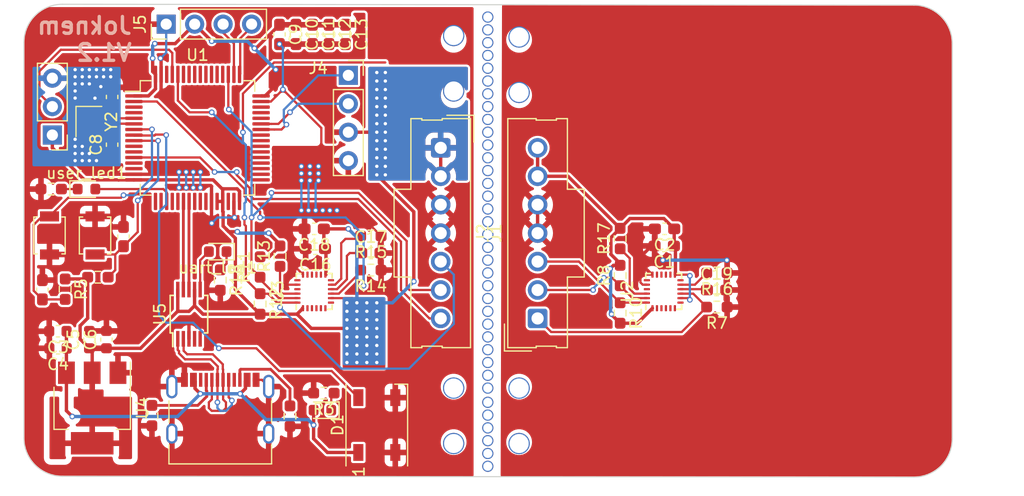
<source format=kicad_pcb>
(kicad_pcb (version 20221018) (generator pcbnew)
  (layers (0 "F.Cu" signal) (31 "B.Cu" signal) (34 "B.Paste" user) (35 "F.Paste" user) (36 "B.SilkS" user "B.Silkscreen") (37 "F.SilkS" user "F.Silkscreen") (38 "B.Mask" user) (39 "F.Mask" user) (44 "Edge.Cuts" user))
  (net 0 "")
  (net 1 "GND")
  (net 2 "+5V")
  (net 3 "+3.3V")
  (net 4 "Net-(U1-PF0)")
  (net 5 "Net-(U1-PF1)")
  (net 6 "NRST")
  (net 7 "/user_button")
  (net 8 "Net-(U3-REGOUT)")
  (net 9 "/rgb")
  (net 10 "Net-(U2-REGOUT)")
  (net 11 "/AD1_B")
  (net 12 "/MPU_SCL_B")
  (net 13 "/MPU_SCL")
  (net 14 "/MPU_SDA")
  (net 15 "/AD0")
  (net 16 "/AD1")
  (net 17 "Net-(J3-CC1)")
  (net 18 "/D+")
  (net 19 "/D-")
  (net 21 "Net-(J3-CC2)")
  (net 23 "/SWCLK")
  (net 24 "/SWDIO")
  (net 25 "/MPU_SDA_B")
  (net 26 "/GND_B")
  (net 27 "Net-(power_led1-K)")
  (net 28 "Net-(user_led1-K)")
  (net 29 "/BOOT")
  (net 40 "/TX")
  (net 41 "/RX")
  (net 55 "/OLED_SCL")
  (net 56 "/OLED_SDA")
  (net 69 "/USER_LED")
  (net 70 "/3.3V_B")
  (net 71 "Net-(U3-~{CS})")
  (net 72 "Net-(U3-FSYNC)")
  (net 73 "Net-(U2-FSYNC)")
  (net 74 "Net-(U2-~{CS})")
  (net 75 "Net-(uart_led1-K)")
  (net 84 "/TNOW")
  (footprint "Resistor_SMD:R_0603_1608Metric_Pad0.98x0.95mm_HandSolder" (layer "F.Cu") (at 73.023 165.3185 90)
    (fp_text reference "R2" hide)
    (fp_text value "5.1k")
  )
  (footprint "Connector_Molex:Molex_SL_171971-0007_1x07_P2.54mm_Vertical" (layer "F.Cu") (at 86.475 141.351 -90)
    (fp_text reference "J2")
    (fp_text value "Conn_01x07")
  )
  (footprint "Resistor_SMD:R_0603_1608Metric_Pad0.98x0.95mm_HandSolder" (layer "F.Cu") (at 102.489 152.7575 90)
    (fp_text reference "R8")
    (fp_text value "10k")
  )
  (footprint "Capacitor_SMD:C_0603_1608Metric" (layer "F.Cu") (at 52.324 159.258 180)
    (fp_text reference "C4")
    (fp_text value "10uF")
  )
  (footprint "Capacitor_SMD:C_0603_1608Metric" (layer "F.Cu") (at 52.311 157.734 180)
    (fp_text reference "C3")
    (fp_text value "0.1uF")
  )
  (footprint "Resistor_SMD:R_0603_1608Metric_Pad0.98x0.95mm_HandSolder" (layer "F.Cu") (at 70.358 151.9955 90)
    (fp_text reference "R11")
    (fp_text value "10k")
  )
  (footprint "Connector_PinSocket_2.54mm:PinSocket_1x04_P2.54mm_Vertical" (layer "F.Cu") (at 78.232 134.874)
    (fp_text reference "J4")
    (fp_text value "IIC_OLED")
  )
  (footprint "Package_SO:MSOP-10_3x3mm_P0.5mm" (layer "F.Cu") (at 64.008 156.21 90)
    (fp_text reference "U5")
    (fp_text value "CH340E")
  )
  (footprint "Resistor_SMD:R_0603_1608Metric_Pad0.98x0.95mm_HandSolder" (layer "F.Cu") (at 72.136 151.0265 90)
    (fp_text reference "R13")
    (fp_text value "10k")
  )
  (footprint "Sensor_Motion:InvenSense_QFN-24_3x3mm_P0.4mm" (layer "F.Cu") (at 75.184 154.178 90)
    (fp_text reference "U3")
    (fp_text value "MPU-9250")
  )
  (footprint "Capacitor_SMD:C_0603_1608Metric_Pad1.08x0.95mm_HandSolder" (layer "F.Cu") (at 76.5048 131.2197 -90)
    (fp_text reference "C12")
    (fp_text value "100nF")
  )
  (footprint "LED_SMD:LED_0603_1608Metric" (layer "F.Cu") (at 66.5735 150.622 180)
    (fp_text reference "uart_led1")
    (fp_text value "LED")
  )
  (footprint "Connector_PinHeader_2.54mm:PinHeader_1x03_P2.54mm_Vertical" (layer "F.Cu") (at 51.816 140.208 180)
    (fp_text reference "J6" hide)
    (fp_text value "Conn_01x03")
  )
  (footprint "Capacitor_SMD:C_0603_1608Metric_Pad1.08x0.95mm_HandSolder" (layer "F.Cu") (at 80.2405 150.749)
    (fp_text reference "C17")
    (fp_text value "0.1uF")
  )
  (footprint "Crystal:Crystal_SMD_2016-4Pin_2.0x1.6mm" (layer "F.Cu") (at 55.076 139 -90)
    (fp_text reference "Y2")
    (fp_text value "Crystal_GND24")
  )
  (footprint "LED_SMD:LED_0603_1608Metric" (layer "F.Cu") (at 75.9185 164.787 180)
    (fp_text reference "power_led1" hide)
    (fp_text value "LED")
  )
  (footprint "Capacitor_SMD:C_0603_1608Metric" (layer "F.Cu") (at 56.642 158.483 90)
    (fp_text reference "C6")
    (fp_text value "0.1uF")
  )
  (footprint "Capacitor_SMD:C_0603_1608Metric_Pad1.08x0.95mm_HandSolder" (layer "F.Cu") (at 75.2845 150.368 180)
    (fp_text reference "C16")
    (fp_text value "10nF")
  )
  (footprint "Resistor_SMD:R_0603_1608Metric_Pad0.98x0.95mm_HandSolder" (layer "F.Cu") (at 111.125 155.575 180)
    (fp_text reference "R7")
    (fp_text value "10k")
  )
  (footprint "Package_QFP:LQFP-64_10x10mm_P0.5mm" (layer "F.Cu") (at 64.77 140.462)
    (fp_text reference "U1")
    (fp_text value "STM32G474RETx")
  )
  (footprint "Capacitor_SMD:C_0603_1608Metric_Pad1.08x0.95mm_HandSolder" (layer "F.Cu") (at 57.15 136.8055 -90)
    (fp_text reference "C7" hide)
    (fp_text value "6.8pF")
  )
  (footprint "Capacitor_SMD:C_0603_1608Metric_Pad1.08x0.95mm_HandSolder" (layer "F.Cu") (at 106.4525 148.59 180)
    (fp_text reference "C2")
    (fp_text value "0.1uF")
  )
  (footprint "Capacitor_SMD:C_0603_1608Metric_Pad1.08x0.95mm_HandSolder" (layer "F.Cu") (at 50.927 154.0285 90)
    (fp_text reference "C14" hide)
    (fp_text value "0.1uF")
  )
  (footprint "Connector_USB:USB_C_Receptacle_G-Switch_GT-USB-7010ASV" (layer "F.Cu") (at 66.802 165.803)
    (fp_text reference "J3" hide)
    (fp_text value "USB_C_Receptacle_USB2.0")
  )
  (footprint "Connector_PinHeader_2.54mm:PinHeader_1x04_P2.54mm_Vertical" (layer "F.Cu") (at 61.976 130.302 90)
    (fp_text reference "J5")
    (fp_text value "SWD")
  )
  (footprint "Resistor_SMD:R_0603_1608Metric_Pad0.98x0.95mm_HandSolder" (layer "F.Cu") (at 60.704 165.2715 -90)
    (fp_text reference "R1" hide)
    (fp_text value "5.1k")
  )
  (footprint "Resistor_SMD:R_0603_1608Metric_Pad0.98x0.95mm_HandSolder" (layer "F.Cu") (at 111.125 152.527 180)
    (fp_text reference "R16")
    (fp_text value "10k")
  )
  (footprint "Resistor_SMD:R_0603_1608Metric_Pad0.98x0.95mm_HandSolder" (layer "F.Cu") (at 52.959 153.9785 -90)
    (fp_text reference "R5")
    (fp_text value "1k")
  )
  (footprint "Capacitor_SMD:C_0603_1608Metric_Pad1.08x0.95mm_HandSolder" (layer "F.Cu") (at 57.15 141.0705 90)
    (fp_text reference "C8")
    (fp_text value "6.8pF")
  )
  (footprint "Resistor_SMD:R_0603_1608Metric_Pad0.98x0.95mm_HandSolder" (layer "F.Cu") (at 80.2405 152.273 180)
    (fp_text reference "R14")
    (fp_text value "10k")
  )
  (footprint "Connector_Molex:Molex_SL_171971-0007_1x07_P2.54mm_Vertical" (layer "F.Cu") (at 95.123 156.591 90)
    (fp_text reference "J1")
    (fp_text value "Conn_01x07")
  )
  (footprint "Package_TO_SOT_SMD:SOT-223-3_TabPin2" (layer "F.Cu") (at 55.372 164.592 -90)
    (fp_text reference "U4")
    (fp_text value "AMS1117-3.3")
  )
  (footprint "Resistor_SMD:R_0603_1608Metric_Pad0.98x0.95mm_HandSolder" (layer "F.Cu") (at 51.7125 145.034 180)
    (fp_text reference "R4" hide)
    (fp_text value "500R")
  )
  (footprint "Resistor_SMD:R_0603_1608Metric_Pad0.98x0.95mm_HandSolder" (layer "F.Cu") (at 55.88 152.908)
    (fp_text reference "R9" hide)
    (fp_text value "10k")
  )
  (footprint "Resistor_SMD:R_0603_1608Metric_Pad0.98x0.95mm_HandSolder" (layer "F.Cu") (at 66.802 153.162 -90)
    (fp_text reference "R18")
    (fp_text value "500R")
  )
  (footprint "Capacitor_SMD:C_0603_1608Metric_Pad1.08x0.95mm_HandSolder" (layer "F.Cu") (at 75.0316 131.2175 -90)
    (fp_text reference "C11")
    (fp_text value "100nF")
  )
  (footprint "Resistor_SMD:R_0603_1608Metric_Pad0.98x0.95mm_HandSolder" (layer "F.Cu") (at 70.358 155.2975 -90)
    (fp_text reference "R12")
    (fp_text value "10k")
  )
  (footprint "Capacitor_SMD:C_0603_1608Metric_Pad1.08x0.95mm_HandSolder" (layer "F.Cu") (at 58.166 149.2765 -90)
    (fp_text reference "C15" hide)
    (fp_text value "0.1uF")
  )
  (footprint "Button_Switch_SMD:SW_SPST_B3U-1000P" (layer "F.Cu") (at 55.626 149.176 90)
    (fp_text reference "SW2" hide)
    (fp_text value "USER_BUTTON")
  )
  (footprint "Capacitor_SMD:C_0603_1608Metric_Pad1.08x0.95mm_HandSolder" (layer "F.Cu") (at 75.184 148.59 180)
    (fp_text reference "C18")
    (fp_text value "0.1uF")
  )
  (footprint "Resistor_SMD:R_0603_1608Metric_Pad0.98x0.95mm_HandSolder" (layer "F.Cu") (at 102.489 156.1065 -90)
    (fp_text reference "R10")
    (fp_text value "10k")
  )
  (footprint "LED_SMD:LED_0603_1608Metric" (layer "F.Cu") (at 54.864 145.034)
    (fp_text reference "user_led1")
    (fp_text value "LED")
  )
  (footprint "Capacitor_SMD:C_0603_1608Metric_Pad1.08x0.95mm_HandSolder" (layer "F.Cu") (at 73.5584 131.2186 -90)
    (fp_text reference "C10")
    (fp_text value "100nF")
  )
  (footprint "Resistor_SMD:R_0603_1608Metric_Pad0.98x0.95mm_HandSolder" (layer "F.Cu") (at 76.0475 163.263 180)
    (fp_text reference "R3")
    (fp_text value "500R")
  )
  (footprint "Capacitor_SMD:C_0603_1608Metric_Pad1.08x0.95mm_HandSolder" (layer "F.Cu") (at 106.426 150.114 180)
    (fp_text reference "C1")
    (fp_text value "10nF")
  )
  (footprint "Resistor_SMD:R_0603_1608Metric_Pad0.98x0.95mm_HandSolder" (layer "F.Cu") (at 102.489 149.4555 90)
    (fp_text reference "R17")
    (fp_text value "10k")
  )
  (footprint "Capacitor_SMD:C_0603_1608Metric_Pad1.08x0.95mm_HandSolder" (layer "F.Cu") (at 111.0985 154.051)
    (fp_text reference "C19")
    (fp_text value "0.1uF")
  )
  (footprint "Sensor_Motion:InvenSense_QFN-24_3x3mm_P0.4mm" (layer "F.Cu") (at 106.3752 154.178 90)
    (fp_text reference "U2")
    (fp_text value "MPU-9250")
  )
  (footprint "Capacitor_SMD:C_0603_1608Metric_Pad1.08x0.95mm_HandSolder" (layer "F.Cu") (at 72.0852 131.2186 -90)
    (fp_text reference "C9")
    (fp_text value "100nF")
  )
  (footprint "Capacitor_SMD:C_0603_1608Metric" (layer "F.Cu") (at 55.118 158.483 90)
    (fp_text reference "C5")
    (fp_text value "10uF")
  )
  (footprint "Resistor_SMD:R_0603_1608Metric_Pad0.98x0.95mm_HandSolder" (layer "F.Cu") (at 80.2405 149.225 180)
    (fp_text reference "R15")
    (fp_text value "10k")
  )
  (footprint "Capacitor_SMD:C_0603_1608Metric_Pad1.08x0.95mm_HandSolder" (layer "F.Cu") (at 77.978 131.2175 -90)
    (fp_text reference "C13")
    (fp_text value "4.7uF")
  )
  (footprint "LED_SMD:LED_WS2812B_PLCC4_5.0x5.0mm_P3.2mm" (layer "F.Cu") (at 80.772 166.116 90)
    (fp_text reference "D1")
    (fp_text value "WS2812B")
  )
  (footprint "Button_Switch_SMD:SW_SPST_B3U-1000P" (layer "F.Cu") (at 51.562 149.176 -90)
    (fp_text reference "SW1" hide)
    (fp_text value "NRST_BUTTON")
  )
  (gr_arc (start 52.705 170.688) (mid 50.280331 169.683669) (end 49.276 167.259) (stroke (width 0.1)) (layer "Edge.Cuts"))
  (gr_arc (start 132.1308 167.3352) (mid 131.126469 169.759869) (end 128.7018 170.7642) (stroke (width 0.1)) (layer "Edge.Cuts"))
  (gr_line (start 52.705 128.524) (end 128.7018 128.6002) (stroke (width 0.1)) (layer "Edge.Cuts"))
  (gr_line (start 49.276 167.259) (end 49.276 131.953) (stroke (width 0.1)) (layer "Edge.Cuts"))
  (gr_line (start 132.1308 132.0292) (end 132.1308 167.3352) (stroke (width 0.1)) (layer "Edge.Cuts"))
  (gr_arc (start 49.276 131.953) (mid 50.280331 129.528331) (end 52.705 128.524) (stroke (width 0.1)) (layer "Edge.Cuts"))
  (gr_line (start 128.7018 170.7642) (end 52.705 170.688) (stroke (width 0.1)) (layer "Edge.Cuts"))
  (gr_arc (start 128.7018 128.6002) (mid 131.126469 129.604531) (end 132.1308 132.0292) (stroke (width 0.1)) (layer "Edge.Cuts"))
  (gr_text "Joknem\nV1.2\n" (at 59.055 133.731) (layer "B.SilkS") (effects (font (size 1.5 1.5) (thickness 0.3) bold) (justify left bottom mirror)))
  (via (at 90.678 155.956) (size 1) (drill 0.8) (layers "F.Cu" "B.Cu") (net 0))
  (via (at 90.678 137.668) (size 1) (drill 0.8) (layers "F.Cu" "B.Cu") (net 0))
  (via (at 93.472 167.767) (size 1.9) (drill 1.7) (layers "F.Cu" "B.Cu") (net 0))
  (via (at 90.678 130.81) (size 1) (drill 0.8) (layers "F.Cu" "B.Cu") (net 0))
  (via (at 90.678 166.37) (size 1) (drill 0.8) (layers "F.Cu" "B.Cu") (net 0))
  (via (at 90.678 167.513) (size 1) (drill 0.8) (layers "F.Cu" "B.Cu") (net 0))
  (via (at 90.678 162.814) (size 1) (drill 0.8) (layers "F.Cu" "B.Cu") (net 0))
  (via (at 90.678 141.097) (size 1) (drill 0.8) (layers "F.Cu" "B.Cu") (net 0))
  (via (at 90.678 150.241) (size 1) (drill 0.8) (layers "F.Cu" "B.Cu") (net 0))
  (via (at 90.678 160.528) (size 1) (drill 0.8) (layers "F.Cu" "B.Cu") (net 0))
  (via (at 90.678 129.667) (size 1) (drill 0.8) (layers "F.Cu" "B.Cu") (net 0))
  (via (at 90.678 134.239) (size 1) (drill 0.8) (layers "F.Cu" "B.Cu") (net 0))
  (via (at 90.678 169.799) (size 1) (drill 0.8) (layers "F.Cu" "B.Cu") (net 0))
  (via (at 87.63 162.814) (size 1.9) (drill 1.7) (layers "F.Cu" "B.Cu") (net 0))
  (via (at 90.678 158.242) (size 1) (drill 0.8) (layers "F.Cu" "B.Cu") (net 0))
  (via (at 90.678 152.527) (size 1) (drill 0.8) (layers "F.Cu" "B.Cu") (net 0))
  (via (at 90.678 149.098) (size 1) (drill 0.8) (layers "F.Cu" "B.Cu") (net 0))
  (via (at 90.678 142.24) (size 1) (drill 0.8) (layers "F.Cu" "B.Cu") (net 0))
  (via (at 90.678 147.955) (size 1) (drill 0.8) (layers "F.Cu" "B.Cu") (net 0))
  (via (at 90.678 151.384) (size 1) (drill 0.8) (layers "F.Cu" "B.Cu") (net 0))
  (via (at 90.678 136.525) (size 1) (drill 0.8) (layers "F.Cu" "B.Cu") (net 0))
  (via (at 87.63 136.271) (size 1.9) (drill 1.7) (layers "F.Cu" "B.Cu") (net 0))
  (via (at 87.63 131.318) (size 1.9) (drill 1.7) (layers "F.Cu" "B.Cu") (net 0))
  (via (at 93.472 162.814) (size 1.9) (drill 1.7) (layers "F.Cu" "B.Cu") (net 0))
  (via (at 90.678 133.096) (size 1) (drill 0.8) (layers "F.Cu" "B.Cu") (net 0))
  (via (at 90.678 153.67) (size 1) (drill 0.8) (layers "F.Cu" "B.Cu") (net 0))
  (via (at 90.678 154.813) (size 1) (drill 0.8) (layers "F.Cu" "B.Cu") (net 0))
  (via (at 90.678 138.811) (size 1) (drill 0.8) (layers "F.Cu" "B.Cu") (net 0))
  (via (at 90.678 131.953) (size 1) (drill 0.8) (layers "F.Cu" "B.Cu") (net 0))
  (via (at 90.678 144.526) (size 1) (drill 0.8) (layers "F.Cu" "B.Cu") (net 0))
  (via (at 90.678 135.382) (size 1) (drill 0.8) (layers "F.Cu" "B.Cu") (net 0))
  (via (at 90.678 159.385) (size 1) (drill 0.8) (layers "F.Cu" "B.Cu") (net 0))
  (via (at 90.678 157.099) (size 1) (drill 0.8) (layers "F.Cu" "B.Cu") (net 0))
  (via (at 90.678 168.656) (size 1) (drill 0.8) (layers "F.Cu" "B.Cu") (net 0))
  (via (at 90.678 161.671) (size 1) (drill 0.8) (layers "F.Cu" "B.Cu") (net 0))
  (via (at 90.678 143.383) (size 1) (drill 0.8) (layers "F.Cu" "B.Cu") (net 0))
  (via (at 90.678 139.954) (size 1) (drill 0.8) (layers "F.Cu" "B.Cu") (net 0))
  (via (at 90.678 164.084) (size 1) (drill 0.8) (layers "F.Cu" "B.Cu") (net 0))
  (via (at 93.472 131.445) (size 1.9) (drill 1.7) (layers "F.Cu" "B.Cu") (net 0))
  (via (at 87.63 167.767) (size 1.9) (drill 1.7) (layers "F.Cu" "B.Cu") (net 0))
  (via (at 93.472 136.398) (size 1.9) (drill 1.7) (layers "F.Cu" "B.Cu") (net 0))
  (via (at 90.678 145.669) (size 1) (drill 0.8) (layers "F.Cu" "B.Cu") (net 0))
  (via (at 90.678 165.227) (size 1) (drill 0.8) (layers "F.Cu" "B.Cu") (net 0))
  (via (at 90.678 146.812) (size 1) (drill 0.8) (layers "F.Cu" "B.Cu") (net 0))
  (segment (start 68.02 146.137) (end 68.02 147.522) (width 0.2) (layer "F.Cu") (net 1))
  (segment (start 72.698 153.578) (end 73.684 153.578) (width 0.2) (layer "F.Cu") (net 1))
  (segment (start 76.962 142.494) (end 78.232 142.494) (width 0.2) (layer "F.Cu") (net 1))
  (segment (start 72.536 153.416) (end 72.698 153.578) (width 0.2) (layer "F.Cu") (net 1))
  (segment (start 71.322 137.212) (end 72.39 136.144) (width 0.2) (layer "F.Cu") (net 1))
  (segment (start 75.819 141.351) (end 76.962 142.494) (width 0.2) (layer "F.Cu") (net 1))
  (segment (start 81.153 149.225) (end 79.629 147.701) (width 0.2) (layer "F.Cu") (net 1))
  (segment (start 68.02 147.522) (end 68.072 147.574) (width 0.2) (layer "F.Cu") (net 1))
  (segment (start 56.141556 135.389556) (end 55.753 135.001) (width 0.2) (layer "F.Cu") (net 1))
  (segment (start 74.184 152.67) (end 73.66 152.146) (width 0.2) (layer "F.Cu") (net 1))
  (segment (start 56.141556 135.882444) (end 56.141556 135.389556) (width 0.2) (layer "F.Cu") (net 1))
  (segment (start 56.141556 135.882444) (end 57.089444 135.882444) (width 0.2) (layer "F.Cu") (net 1))
  (segment (start 54.526 140.35) (end 56.109 141.933) (width 0.2) (layer "F.Cu") (net 1))
  (segment (start 75.819 139.573) (end 75.819 141.351) (width 0.2) (layer "F.Cu") (net 1))
  (segment (start 70.445 137.212) (end 71.322 137.212) (width 0.2) (layer "F.Cu") (net 1))
  (segment (start 54.526 139.7) (end 54.526 140.35) (width 0.2) (layer "F.Cu") (net 1))
  (segment (start 72.39 136.144) (end 75.819 139.573) (width 0.2) (layer "F.Cu") (net 1))
  (segment (start 61.52 133.402) (end 61.52 134.787) (width 0.2) (layer "F.Cu") (net 1))
  (segment (start 73.66 152.146) (end 73.17664 152.146) (width 0.2) (layer "F.Cu") (net 1))
  (segment (start 61.468 133.35) (end 61.52 133.402) (width 0.2) (layer "F.Cu") (net 1))
  (segment (start 57.089444 135.882444) (end 57.15 135.943) (width 0.2) (layer "F.Cu") (net 1))
  (segment (start 70.002 162.078) (end 70.522 162.078) (width 0.2) (layer "F.Cu") (net 1))
  (segment (start 55.626 136.921112) (end 55.618444 136.913556) (width 0.2) (layer "F.Cu") (net 1))
  (segment (start 72.536 152.78664) (end 72.536 153.416) (width 0.2) (layer "F.Cu") (net 1))
  (segment (start 55.626 138.3) (end 55.626 136.921112) (width 0.2) (layer "F.Cu") (net 1))
  (segment (start 74.184 152.678) (end 74.184 152.67) (width 0.2) (layer "F.Cu") (net 1))
  (segment (start 70.522 162.078) (end 71.122 162.678) (width 0.2) (layer "F.Cu") (net 1))
  (segment (start 56.109 141.933) (end 57.15 141.933) (width 0.2) (layer "F.Cu") (net 1))
  (segment (start 73.17664 152.146) (end 72.536 152.78664) (width 0.2) (layer "F.Cu") (net 1))
  (segment (start 79.629 147.701) (end 79.375 147.701) (width 0.2) (layer "F.Cu") (net 1))
  (via (at 74.041 146.939) (size 0.5) (drill 0.3) (layers "F.Cu" "B.Cu") (net 1))
  (via (at 74.803 144.272) (size 0.5) (drill 0.3) (layers "F.Cu" "B.Cu") (net 1))
  (via (at 72.39 136.144) (size 0.5) (drill 0.3) (layers "F.Cu" "B.Cu") (net 1))
  (via (at 64.389 143.51) (size 0.5) (drill 0.3) (layers "F.Cu" "B.Cu") (net 1))
  (via (at 63.754 143.51) (size 0.5) (drill 0.3) (layers "F.Cu" "B.Cu") (net 1))
  (via (at 55.753 135.001) (size 0.5) (drill 0.3) (layers "F.Cu" "B.Cu") (net 1))
  (via (at 56.388 135.001) (size 0.5) (drill 0.3) (layers "F.Cu" "B.Cu") (net 1))
  (via (at 74.676 146.939) (size 0.5) (drill 0.3) (layers "F.Cu" "B.Cu") (net 1))
  (via (at 54.483 134.366) (size 0.5) (drill 0.3) (layers "F.Cu" "B.Cu") (net 1))
  (via (at 74.041 143.637) (size 0.5) (drill 0.3) (layers "F.Cu" "B.Cu") (net 1))
  (via (at 55.118 141.859) (size 0.5) (drill 0.3) (layers "F.Cu" "B.Cu") (net 1))
  (via (at 53.848 136.906) (size 0.5) (drill 0.3) (layers "F.Cu" "B.Cu") (net 1))
  (via (at 68.072 147.574) (size 0.5) (drill 0.3) (layers "F.Cu" "B.Cu") (net 1))
  (via (at 53.848 136.271) (size 0.5) (drill 0.3) (layers "F.Cu" "B.Cu") (net 1))
  (via (at 75.565 143.637) (size 0.5) (drill 0.3) (layers "F.Cu" "B.Cu") (net 1))
  (via (at 63.754 144.907) (size 0.5) (drill 0.3) (layers "F.Cu" "B.Cu") (net 1))
  (via (at 75.946 146.939) (size 0.5) (drill 0.3) (layers "F.Cu" "B.Cu") (net 1))
  (via (at 53.848 135.636) (size 0.5) (drill 0.3) (layers "F.Cu" "B.Cu") (net 1))
  (via (at 56.141556 135.882444) (size 0.5) (drill 0.3) (layers "F.Cu" "B.Cu") (net 1))
  (via (at 57.023 134.366) (size 0.5) (drill 0.3) (layers "F.Cu" "B.Cu") (net 1))
  (via (at 55.118 142.494) (size 0.5) (drill 0.3) (layers "F.Cu" "B.Cu") (net 1))
  (via (at 66.04 148.082) (size 0.5) (drill 0.3) (layers "F.Cu" "B.Cu") (net 1))
  (via (at 56.388 134.366) (size 0.5) (drill 0.3) (layers "F.Cu" "B.Cu") (net 1))
  (via (at 53.848 142.494) (size 0.5) (drill 0.3) (layers "F.Cu" "B.Cu") (net 1))
  (via (at 55.618444 136.913556) (size 0.5) (drill 0.3) (layers "F.Cu" "B.Cu") (net 1))
  (via (at 53.848 141.859) (size 0.5) (drill 0.3) (layers "F.Cu" "B.Cu") (net 1))
  (via (at 54.483 141.224) (size 0.5) (drill 0.3) (layers "F.Cu" "B.Cu") (net 1))
  (via (at 65.024 144.907) (size 0.5) (drill 0.3) (layers "F.Cu" "B.Cu") (net 1))
  (via (at 53.848 134.366) (size 0.5) (drill 0.3) (layers "F.Cu" "B.Cu") (net 1))
  (via (at 53.848 140.589) (size 0.5) (drill 0.3) (layers "F.Cu" "B.Cu") (net 1))
  (via (at 54.483 135.636) (size 0.5) (drill 0.3) (layers "F.Cu" "B.Cu") (net 1))
  (via (at 61.468 133.35) (size 0.5) (drill 0.3) (layers "F.Cu" "B.Cu") (net 1))
  (via (at 64.389 144.907) (size 0.5) (drill 0.3) (layers "F.Cu" "B.Cu") (net 1))
  (via (at 55.118 135.001) (size 0.5) (drill 0.3) (layers "F.Cu" "B.Cu") (net 1))
  (via (at 54.483 135.001) (size 0.5) (drill 0.3) (layers "F.Cu" "B.Cu") (net 1))
  (via (at 74.041 144.272) (size 0.5) (drill 0.3) (layers "F.Cu" "B.Cu") (net 1))
  (via (at 74.803 143.002) (size 0.5) (drill 0.3) (layers "F.Cu" "B.Cu") (net 1))
  (via (at 75.565 143.002) (size 0.5) (drill 0.3) (layers "F.Cu" "B.Cu") (net 1))
  (via (at 72.0852 132.0811) (size 0.5) (drill 0.3) (layers "F.Cu" "B.Cu") (net 1))
  (via (at 53.848 141.224) (size 0.5) (drill 0.3) (layers "F.Cu" "B.Cu") (net 1))
  (via (at 54.483 141.859) (size 0.5) (drill 0.3) (layers "F.Cu" "B.Cu") (net 1))
  (via (at 76.581 146.939) (size 0.5) (drill 0.3) (layers "F.Cu" "B.Cu") (net 1))
  (via (at 57.023 135.001) (size 0.5) (drill 0.3) (layers "F.Cu" "B.Cu") (net 1))
  (via (at 53.848 135.001) (size 0.5) (drill 0.3) (layers "F.Cu" "B.Cu") (net 1))
  (via (at 65.024 143.51) (size 0.5) (drill 0.3) (layers "F.Cu" "B.Cu") (net 1))
  (via (at 74.041 143.002) (size 0.5) (drill 0.3) (layers "F.Cu" "B.Cu") (net 1))
  (via (at 75.565 144.272) (size 0.5) (drill 0.3) (layers "F.Cu" "B.Cu") (net 1))
  (via (at 55.118 135.636) (size 0.5) (drill 0.3) (layers "F.Cu" "B.Cu") (net 1))
  (via (at 55.753 142.494) (size 0.5) (drill 0.3) (layers "F.Cu" "B.Cu") (net 1))
  (via (at 77.216 146.939) (size 0.5) (drill 0.3) (layers "F.Cu" "B.Cu") (net 1))
  (via (at 63.119 143.51) (size 0.5) (drill 0.3) (layers "F.Cu" "B.Cu") (net 1))
  (via (at 75.311 146.939) (size 0.5) (drill 0.3) (layers "F.Cu" "B.Cu") (net 1))
  (via (at 74.803 143.637) (size 0.5) (drill 0.3) (layers "F.Cu" "B.Cu") (net 1))
  (via (at 63.119 144.907) (size 0.5) (drill 0.3) (layers "F.Cu" "B.Cu") (net 1))
  (via (at 55.118 134.366) (size 0.5) (drill 0.3) (layers "F.Cu" "B.Cu") (net 1))
  (via (at 54.483 142.494) (size 0.5) (drill 0.3) (layers "F.Cu" "B.Cu") (net 1))
  (via (at 55.753 134.366) (size 0.5) (drill 0.3) (layers "F.Cu" "B.Cu") (net 1))
  (segment (start 75.311 146.939) (end 75.311 144.526) (width 0.2) (layer "B.Cu") (net 1))
  (segment (start 63.754 144.907) (end 63.754 143.51) (width 0.2) (layer "B.Cu") (net 1))
  (segment (start 72.39 132.3859) (end 72.0852 132.0811) (width 0.2) (layer "B.Cu") (net 1))
  (segment (start 55.618444 136.405556) (end 56.141556 135.882444) (width 0.2) (layer "B.Cu") (net 1))
  (segment (start 64.389 144.907) (end 64.389 143.51) (width 0.2) (layer "B.Cu") (net 1))
  (segment (start 72.39 136.144) (end 72.39 132.3859) (width 0.2) (layer "B.Cu") (net 1))
  (segment (start 66.548 147.574) (end 66.04 148.082) (width 0.2) (layer "B.Cu") (net 1))
  (segment (start 74.676 144.399) (end 74.803 144.272) (width 0.2) (layer "B.Cu") (net 1))
  (segment (start 65.024 144.907) (end 65.024 143.51) (width 0.2) (layer "B.Cu") (net 1))
  (segment (start 74.676 146.939) (end 74.676 144.399) (width 0.2) (layer "B.Cu") (net 1))
  (segment (start 61.976 132.842) (end 61.468 133.35) (width 0.2) (layer "B.Cu") (net 1))
  (segment (start 55.618444 136.913556) (end 55.618444 136.405556) (width 0.2) (layer "B.Cu") (net 1))
  (segment (start 61.976 130.302) (end 61.976 132.842) (width 0.2) (layer "B.Cu") (net 1))
  (segment (start 75.311 144.526) (end 75.565 144.272) (width 0.2) (layer "B.Cu") (net 1))
  (segment (start 74.041 146.939) (end 74.041 144.272) (width 0.2) (layer "B.Cu") (net 1))
  (segment (start 63.119 144.907) (end 63.119 143.51) (width 0.2) (layer "B.Cu") (net 1))
  (segment (start 68.072 147.574) (end 66.548 147.574) (width 0.2) (layer "B.Cu") (net 1))
  (segment (start 76.364 168.566) (end 79.122 168.566) (width 0.3) (layer "F.Cu") (net 2))
  (segment (start 75.131 166.116) (end 75.131 167.333) (width 0.3) (layer "F.Cu") (net 2))
  (segment (start 64.55 162.848) (end 65.024 163.322) (width 0.3) (layer "F.Cu") (net 2))
  (segment (start 53.072 164.832) (end 53.072 161.442) (width 0.3) (layer "F.Cu") (net 2))
  (segment (start 53.594 165.354) (end 53.072 164.832) (width 0.3) (layer "F.Cu") (net 2))
  (segment (start 69.05 162.852) (end 68.58 163.322) (width 0.3) (layer "F.Cu") (net 2))
  (segment (start 75.131 164.787) (end 75.131 166.116) (width 0.3) (layer "F.Cu") (net 2))
  (segment (start 53.072 157.748) (end 53.072 161.442) (width 0.3) (layer "F.Cu") (net 2))
  (segment (start 69.05 162.228) (end 69.05 162.852) (width 0.3) (layer "F.Cu") (net 2))
  (segment (start 53.086 157.734) (end 53.072 157.748) (width 0.3) (layer "F.Cu") (net 2))
  (segment (start 69.2 162.078) (end 69.05 162.228) (width 0.3) (layer "F.Cu") (net 2))
  (segment (start 64.4 162.078) (end 64.55 162.228) (width 0.3) (layer "F.Cu") (net 2))
  (segment (start 75.131 167.333) (end 76.364 168.566) (width 0.3) (layer "F.Cu") (net 2))
  (segment (start 64.55 162.228) (end 64.55 162.848) (width 0.3) (layer "F.Cu") (net 2))
  (via (at 68.58 163.322) (size 0.5) (drill 0.3) (layers "F.Cu" "B.Cu") (net 2))
  (via (at 65.024 163.322) (size 0.5) (drill 0.3) (layers "F.Cu" "B.Cu") (net 2))
  (via (at 75.131 166.116) (size 0.5) (drill 0.3) (layers "F.Cu" "B.Cu") (net 2))
  (via (at 53.594 165.354) (size 0.5) (drill 0.3) (layers "F.Cu" "B.Cu") (net 2))
  (segment (start 62.992 165.354) (end 53.594 165.354) (width 0.3) (layer "B.Cu") (net 2))
  (segment (start 70.886 165.628) (end 74.643 165.628) (width 0.3) (layer "B.Cu") (net 2))
  (segment (start 74.643 165.628) (end 75.131 166.116) (width 0.3) (layer "B.Cu") (net 2))
  (segment (start 65.024 163.322) (end 68.58 163.322) (width 0.3) (layer "B.Cu") (net 2))
  (segment (start 68.58 163.322) (end 70.886 165.628) (width 0.3) (layer "B.Cu") (net 2))
  (segment (start 65.024 163.322) (end 62.992 165.354) (width 0.3) (layer "B.Cu") (net 2))
  (segment (start 64.516 130.302) (end 66.04 131.826) (width 0.3) (layer "F.Cu") (net 3))
  (segment (start 69.9803 132.461) (end 69.85 132.461) (width 0.3) (layer "F.Cu") (net 3))
  (segment (start 71.755 135.763) (end 70.806 136.712) (width 0.3) (layer "F.Cu") (net 3))
  (segment (start 66.162 144.212) (end 67.02 145.07) (width 0.3) (layer "F.Cu") (net 3))
  (segment (start 70.358 156.21) (end 68.1485 154.0005) (width 0.3) (layer "F.Cu") (net 3))
  (segment (start 67.056 147.066) (end 67.02 147.03) (width 0.3) (layer "F.Cu") (net 3))
  (segment (start 72.136 150.114) (end 72.136 149.987) (width 0.3) (layer "F.Cu") (net 3))
  (segment (start 55.372 167.742) (end 55.372 161.442) (width 0.3) (layer "F.Cu") (net 3))
  (segment (start 76.0465 150.2675) (end 76.147 150.368) (width 0.3) (layer "F.Cu") (net 3))
  (segment (start 57.725 144.212) (end 59.095 144.212) (width 0.3) (layer "F.Cu") (net 3))
  (segment (start 52.959 153.066) (end 54.8095 153.066) (width 0.3) (layer "F.Cu") (net 3))
  (segment (start 72.0852 130.3561) (end 69.9803 132.461) (width 0.3) (layer "F.Cu") (net 3))
  (segment (start 71.755 134.366) (end 71.755 135.763) (width 0.3) (layer "F.Cu") (net 3))
  (segment (start 67.564 148.844) (end 67.3735 148.6535) (width 0.3) (layer "F.Cu") (net 3))
  (segment (start 67.078 145.012) (end 68.304 145.012) (width 0.3) (layer "F.Cu") (net 3))
  (segment (start 62.7795 132.0385) (end 60.96 132.0385) (width 0.3) (layer "F.Cu") (net 3))
  (segment (start 78.232 139.954) (end 80.772 139.954) (width 0.3) (layer "F.Cu") (net 3))
  (segment (start 62.992 155.956) (end 63.008 155.94) (width 0.3) (layer "F.Cu") (net 3))
  (segment (start 51.816 141.358) (end 54.667 144.209) (width 0.3) (layer "F.Cu") (net 3))
  (segment (start 67.02 146.137) (end 67.02 145.07) (width 0.3) (layer "F.Cu") (net 3))
  (segment (start 84.074 147.066) (end 84.074 153.289) (width 0.3) (layer "F.Cu") (net 3))
  (segment (start 76.0465 148.59) (end 76.0465 150.2675) (width 0.3) (layer "F.Cu") (net 3))
  (segment (start 59.69 159.258) (end 62.992 155.956) (width 0.3) (layer "F.Cu") (net 3))
  (segment (start 63.008 155.94) (end 63.008 154.01) (width 0.3) (layer "F.Cu") (net 3))
  (segment (start 57.722 144.209) (end 57.725 144.212) (width 0.3) (layer "F.Cu") (net 3))
  (segment (start 60.392 136.712) (end 61.02 136.084) (width 0.3) (layer "F.Cu") (net 3))
  (segment (start 55.372 161.442) (end 55.372 159.512) (width 0.3) (layer "F.Cu") (net 3))
  (segment (start 60.768497 134.535497) (end 61.02 134.787) (width 0.3) (layer "F.Cu") (net 3))
  (segment (start 59.095 144.212) (end 66.162 144.212) (width 0.3) (layer "F.Cu") (net 3))
  (segment (start 78.232 148.59) (end 76.0465 148.59) (width 0.3) (layer "F.Cu") (net 3))
  (segment (start 67.3735 148.6535) (end 67.056 148.336) (width 0.3) (layer "F.Cu") (net 3))
  (segment (start 73.652 156.21) (end 73.66 156.21) (width 0.3) (layer "F.Cu") (net 3))
  (segment (start 64.508 155.456) (end 65.262 156.21) (width 0.3) (layer "F.Cu") (net 3))
  (segment (start 80.772 143.764) (end 84.074 147.066) (width 0.3) (layer "F.Cu") (net 3))
  (segment (start 76.234 150.455) (end 76.234 152.678) (width 0.3) (layer "F.Cu") (net 3))
  (segment (start 64.008 155.956) (end 64.508 155.456) (width 0.3) (layer "F.Cu") (net 3))
  (segment (start 68.52 145.228) (end 68.52 146.137) (width 0.3) (layer "F.Cu") (net 3))
  (segment (start 86.475 141.351) (end 86.475 143.891) (width 0.3) (layer "F.Cu") (net 3))
  (segment (start 64.508 155.456) (end 64.508 154.01) (width 0.3) (layer "F.Cu") (net 3))
  (segment (start 54.293 157.244827) (end 54.293 158.433) (width 0.3) (layer "F.Cu") (net 3))
  (segment (start 74.93 157.48) (end 78.994 157.48) (width 0.3) (layer "F.Cu") (net 3))
  (segment (start 78.994 155.194) (end 78.578 154.778) (width 0.2) (layer "F.Cu") (net 3))
  (segment (start 70.358 151.083) (end 71.167 151.083) (width 0.3) (layer "F.Cu") (net 3))
  (segment (start 54.293 158.433) (end 55.118 159.258) (width 0.3) (layer "F.Cu") (net 3))
  (segment (start 54.8095 153.066) (end 54.9675 152.908) (width 0.3) (layer "F.Cu") (net 3))
  (segment (start 66.52 146.137) (end 67.02 146.137) (width 0.3) (layer "F.Cu") (net 3))
  (segment (start 67.02 147.03) (end 67.02 146.137) (width 0.3) (layer "F.Cu") (net 3))
  (segment (start 78.578 154.778) (end 76.684 154.778) (width 0.2) (layer "F.Cu") (net 3))
  (segment (start 63.024 155.956) (end 64.008 155.956) (width 0.3) (layer "F.Cu") (net 3))
  (segment (start 54.9675 156.570327) (end 54.293 157.244827) (width 0.3) (layer "F.Cu") (net 3))
  (segment (start 71.167 151.083) (end 72.136 150.114) (width 0.3) (layer "F.Cu") (net 3))
  (segment (start 54.667 144.209) (end 57.722 144.209) (width 0.3) (layer "F.Cu") (net 3))
  (segment (start 73.652 156.21) (end 74.134 155.728) (width 0.3) (layer "F.Cu") (net 3))
  (segment (start 74.134 155.728) (end 74.134 155.678) (width 0.3) (layer "F.Cu") (net 3))
  (segment (start 72.136 149.987) (end 71.12 148.971) (width 0.3) (layer "F.Cu") (net 3))
  (segment (start 67.056 148.336) (end 67.056 147.066) (width 0.3) (layer "F.Cu") (net 3))
  (segment (start 61.02 136.084) (end 61.02 134.787) (width 0.3) (layer "F.Cu") (net 3))
  (segment (start 63.008 155.94) (end 63.024 155.956) (width 0.3) (layer "F.Cu") (net 3))
  (segment (start 51.816 140.208) (end 51.816 141.358) (width 0.3) (layer "F.Cu") (net 3))
  (segment (start 60.768497 133.35) (end 60.768497 134.535497) (width 0.3) (layer "F.Cu") (net 3))
  (segment (start 55.372 159.512) (end 55.118 159.258) (width 0.3) (layer "F.Cu") (net 3))
  (segment (start 68.326 148.844) (end 67.564 148.844) (width 0.3) (layer "F.Cu") (net 3))
  (segment (start 70.806 136.712) (end 70.445 136.712) (width 0.3) (layer "F.Cu") (net 3))
  (segment (start 65.262 156.21) (end 70.358 156.21) (width 0.3) (layer "F.Cu") (net 3))
  (segment (start 68.1485 154.0005) (end 68.1485 149.4285) (width 0.3) (layer "F.Cu") (net 3))
  (segment (start 68.304 145.012) (end 68.52 145.228) (width 0.3) (layer "F.Cu") (net 3))
  (segment (start 73.66 156.21) (end 74.93 157.48) (width 0.3) (layer "F.Cu") (net 3))
  (segment (start 76.147 150.368) (end 76.234 150.455) (width 0.3) (layer "F.Cu") (net 3))
  (segment (start 54.9675 152.908) (end 54.9675 156.570327) (width 0.3) (layer "F.Cu") (net 3))
  (segment (start 59.095 136.712) (end 60.392 136.712) (width 0.3) (layer "F.Cu") (net 3))
  (segment (start 67.02 145.07) (end 67.078 145.012) (width 0.3) (layer "F.Cu") (net 3))
  (segment (start 56.642 159.258) (end 59.69 159.258) (width 0.3) (layer "F.Cu") (net 3))
  (segment (start 70.358 156.21) (end 73.652 156.21) (width 0.3) (layer "F.Cu") (net 3))
  (segment (start 64.516 130.302) (end 62.7795 132.0385) (width 0.3) (layer "F.Cu") (net 3))
  (segment (start 68.1485 149.4285) (end 67.3735 148.6535) (width 0.3) (layer "F.Cu") (net 3))
  (via (at 79.883 156.718) (size 0.5) (drill 0.3) (layers "F.Cu" "B.Cu") (net 3))
  (via (at 78.994 155.956) (size 0.5) (drill 0.3) (layers "F.Cu" "B.Cu") (net 3))
  (via (at 81.534 138.43) (size 0.5) (drill 0.3) (layers "F.Cu" "B.Cu") (net 3))
  (via (at 80.772 159.766) (size 0.5) (drill 0.3) (layers "F.Cu" "B.Cu") (net 3))
  (via (at 80.772 158.242) (size 0.5) (drill 0.3) (layers "F.Cu" "B.Cu") (net 3))
  (via (at 81.534 135.382) (size 0.5) (drill 0.3) (layers "F.Cu" "B.Cu") (net 3))
  (via (at 78.994 156.718) (size 0.5) (drill 0.3) (layers "F.Cu" "B.Cu") (net 3))
  (via (at 80.772 159.004) (size 0.5) (drill 0.3) (layers "F.Cu" "B.Cu") (net 3))
  (via (at 78.994 155.194) (size 0.5) (drill 0.3) (layers "F.Cu" "B.Cu") (net 3))
  (via (at 78.105 156.718) (size 0.5) (drill 0.3) (layers "F.Cu" "B.Cu") (net 3))
  (via (at 81.534 143.002) (size 0.5) (drill 0.3) (layers "F.Cu" "B.Cu") (net 3))
  (via (at 80.772 143.764) (size 0.5) (drill 0.3) (layers "F.Cu" "B.Cu") (net 3))
  (via (at 78.232 148.59) (size 0.5) (drill 0.3) (layers "F.Cu" "B.Cu") (net 3))
  (via (at 78.994 159.004) (size 0.5) (drill 0.3) (layers "F.Cu" "B.Cu") (net 3))
  (via (at 79.883 160.528) (size 0.5) (drill 0.3) (layers "F.Cu" "B.Cu") (net 3))
  (via (at 80.772 140.716) (size 0.5) (drill 0.3) (layers "F.Cu" "B.Cu") (net 3))
  (via (at 80.772 155.194) (size 0.5) (drill 0.3) (layers "F.Cu" "B.Cu") (net 3))
  (via (at 80.772 156.718) (size 0.5) (drill 0.3) (layers "F.Cu" "B.Cu") (net 3))
  (via (at 81.534 136.906) (size 0.5) (drill 0.3) (layers "F.Cu" "B.Cu") (net 3))
  (via (at 80.772 134.62) (size 0.5) (drill 0.3) (layers "F.Cu" "B.Cu") (net 3))
  (via (at 69.85 132.461) (size 0.5) (drill 0.3) (layers "F.Cu" "B.Cu") (net 3))
  (via (at 81.534 139.192) (size 0.5) (drill 0.3) (layers "F.Cu" "B.Cu") (net 3))
  (via (at 60.96 132.0385) (size 0.5) (drill 0.3) (layers "F.Cu" "B.Cu") (net 3))
  (via (at 80.772 136.144) (size 0.5) (drill 0.3) (layers "F.Cu" "B.Cu") (net 3))
  (via (at 80.772 160.528) (size 0.5) (drill 0.3) (layers "F.Cu" "B.Cu") (net 3))
  (via (at 79.883 155.956) (size 0.5) (drill 0.3) (layers "F.Cu" "B.Cu") (net 3))
  (via (at 78.105 160.528) (size 0.5) (drill 0.3) (layers "F.Cu" "B.Cu") (net 3))
  (via (at 81.534 143.764) (size 0.5) (drill 0.3) (layers "F.Cu" "B.Cu") (net 3))
  (via (at 80.772 157.48) (size 0.5) (drill 0.3) (layers "F.Cu" "B.Cu") (net 3))
  (via (at 81.534 134.62) (size 0.5) (drill 0.3) (layers "F.Cu" "B.Cu") (net 3))
  (via (at 78.105 158.242) (size 0.5) (drill 0.3) (layers "F.Cu" "B.Cu") (net 3))
  (via (at 81.534 137.668) (size 0.5) (drill 0.3) (layers "F.Cu" "B.Cu") (net 3))
  (via (at 80.772 135.382) (size 0.5) (drill 0.3) (layers "F.Cu" "B.Cu") (net 3))
  (via (at 81.534 140.716) (size 0.5) (drill 0.3) (layers "F.Cu" "B.Cu") (net 3))
  (via (at 80.772 141.478) (size 0.5) (drill 0.3) (layers "F.Cu" "B.Cu") (net 3))
  (via (at 80.772 139.192) (size 0.5) (drill 0.3) (layers "F.Cu" "B.Cu") (net 3))
  (via (at 80.772 136.906) (size 0.5) (drill 0.3) (layers "F.Cu" "B.Cu") (net 3))
  (via (at 81.534 139.954) (size 0.5) (drill 0.3) (layers "F.Cu" "B.Cu") (net 3))
  (via (at 80.772 137.668) (size 0.5) (drill 0.3) (layers "F.Cu" "B.Cu") (net 3))
  (via (at 78.105 159.766) (size 0.5) (drill 0.3) (layers "F.Cu" "B.Cu") (net 3))
  (via (at 78.994 157.48) (size 0.5) (drill 0.3) (layers "F.Cu" "B.Cu") (net 3))
  (via (at 81.534 136.144) (size 0.5) (drill 0.3) (layers "F.Cu" "B.Cu") (net 3))
  (via (at 79.883 155.194) (size 0.5) (drill 0.3) (layers "F.Cu" "B.Cu") (net 3))
  (via (at 79.883 159.766) (size 0.5) (drill 0.3) (layers "F.Cu" "B.Cu") (net 3))
  (via (at 78.994 159.766) (size 0.5) (drill 0.3) (layers "F.Cu" "B.Cu") (net 3))
  (via (at 71.12 148.971) (size 0.5) (drill 0.3) (layers "F.Cu" "B.Cu") (net 3))
  (via (at 80.772 139.954) (size 0.5) (drill 0.3) (layers "F.Cu" "B.Cu") (net 3))
  (via (at 60.768497 133.35) (size 0.5) (drill 0.3) (layers "F.Cu" "B.Cu") (net 3))
  (via (at 80.772 142.24) (size 0.5) (drill 0.3) (layers "F.Cu" "B.Cu") (net 3))
  (via (at 79.883 158.242) (size 0.5) (drill 0.3) (layers "F.Cu" "B.Cu") (net 3))
  (via (at 81.534 141.478) (size 0.5) (drill 0.3) (layers "F.Cu" "B.Cu") (net 3))
  (via (at 78.994 158.242) (size 0.5) (drill 0.3) (layers "F.Cu" "B.Cu") (net 3))
  (via (at 78.105 155.194) (size 0.5) (drill 0.3) (layers "F.Cu" "B.Cu") (net 3))
  (via (at 80.772 143.002) (size 0.5) (drill 0.3) (layers "F.Cu" "B.Cu") (net 3))
  (via (at 71.755 134.366) (size 0.5) (drill 0.3) (layers "F.Cu" "B.Cu") (net 3))
  (via (at 68.326 148.844) (size 0.5) (drill 0.3) (layers "F.Cu" "B.Cu") (net 3))
  (via (at 78.105 159.004) (size 0.5) (drill 0.3) (layers "F.Cu" "B.Cu") (net 3))
  (via (at 79.883 157.48) (size 0.5) (drill 0.3) (layers "F.Cu" "B.Cu") (net 3))
  (via (at 80.772 155.956) (size 0.5) (drill 0.3) (layers "F.Cu" "B.Cu") (net 3))
  (via (at 79.883 159.004) (size 0.5) (drill 0.3) (layers "F.Cu" "B.Cu") (net 3))
  (via (at 66.04 131.826) (size 0.5) (drill 0.3) (layers "F.Cu" "B.Cu") (net 3))
  (via (at 78.105 157.48) (size 0.5) (drill 0.3) (layers "F.Cu" "B.Cu") (net 3))
  (via (at 81.534 142.24) (size 0.5) (drill 0.3) (layers "F.Cu" "B.Cu") (net 3))
  (via (at 78.105 155.956) (size 0.5) (drill 0.3) (layers "F.Cu" "B.Cu") (net 3))
  (via (at 80.772 138.43) (size 0.5) (drill 0.3) (layers "F.Cu" "B.Cu") (net 3))
  (via (at 84.074 153.289) (size 0.5) (drill 0.3) (layers "F.Cu" "B.Cu") (net 3))
  (via (at 78.994 160.528) (size 0.5) (drill 0.3) (layers "F.Cu" "B.Cu") (net 3))
  (segment (start 70.612 133.223) (end 71.755 134.366) (width 0.3) (layer "B.Cu") (net 3))
  (segment (start 69.215 131.826) (end 70.612 133.223) (width 0.3) (layer "B.Cu") (net 3))
  (segment (start 82.169 155.194) (end 80.772 155.194) (width 0.3) (layer "B.Cu") (net 3))
  (segment (start 68.453 148.971) (end 68.326 148.844) (width 0.3) (layer "B.Cu") (net 3))
  (segment (start 78.994 149.352) (end 78.232 148.59) (width 0.3) (layer "B.Cu") (net 3))
  (segment (start 66.04 131.826) (end 69.215 131.826) (width 0.3) (layer "B.Cu") (net 3))
  (segment (start 71.12 148.971) (end 68.453 148.971) (width 0.3) (layer "B.Cu") (net 3))
  (segment (start 60.768497 132.230003) (end 60.768497 133.35) (width 0.3) (layer "B.Cu") (net 3))
  (segment (start 78.994 155.194) (end 78.994 149.352) (width 0.3) (layer "B.Cu") (net 3))
  (segment (start 60.96 132.0385) (end 60.768497 132.230003) (width 0.3) (layer "B.Cu") (net 3))
  (segment (start 84.074 153.289) (end 82.169 155.194) (width 0.3) (layer "B.Cu") (net 3))
  (segment (start 55.626 136.144) (end 57.15 137.668) (width 0.2) (layer "F.Cu") (net 4))
  (segment (start 54.864 136.144) (end 55.626 136.144) (width 0.2) (layer "F.Cu") (net 4))
  (segment (start 59.095 138.712) (end 57.686 138.712) (width 0.2) (layer "F.Cu") (net 4))
  (segment (start 54.526 138.3) (end 54.526 136.482) (width 0.2) (layer "F.Cu") (net 4))
  (segment (start 57.15 138.176) (end 57.15 137.668) (width 0.2) (layer "F.Cu") (net 4))
  (segment (start 57.686 138.712) (end 57.15 138.176) (width 0.2) (layer "F.Cu") (net 4))
  (segment (start 54.526 136.482) (end 54.864 136.144) (width 0.2) (layer "F.Cu") (net 4))
  (segment (start 59.075 139.192) (end 57.658 139.192) (width 0.2) (layer "F.Cu") (net 5))
  (segment (start 59.095 139.212) (end 59.075 139.192) (width 0.2) (layer "F.Cu") (net 5))
  (segment (start 57.15 139.7) (end 57.15 140.208) (width 0.2) (layer "F.Cu") (net 5))
  (segment (start 57.658 139.192) (end 57.15 139.7) (width 0.2) (layer "F.Cu") (net 5))
  (segment (start 56.134 140.208) (end 57.15 140.208) (width 0.2) (layer "F.Cu") (net 5))
  (segment (start 55.626 139.7) (end 56.134 140.208) (width 0.2) (layer "F.Cu") (net 5))
  (segment (start 60.706 139.7) (end 59.107 139.7) (width 0.2) (layer "F.Cu") (net 6))
  (segment (start 51.562 147.476) (end 53.229 145.809) (width 0.2) (layer "F.Cu") (net 6))
  (segment (start 53.229 145.809) (end 57.9405 145.809) (width 0.2) (layer "F.Cu") (net 6))
  (segment (start 50.152 148.222) (end 50.898 147.476) (width 0.2) (layer "F.Cu") (net 6))
  (segment (start 50.152 154.116) (end 50.152 148.222) (width 0.2) (layer "F.Cu") (net 6))
  (segment (start 50.927 154.891) (end 52.959 154.891) (width 0.2) (layer "F.Cu") (net 6))
  (segment (start 50.898 147.476) (end 51.562 147.476) (width 0.2) (layer "F.Cu") (net 6))
  (segment (start 50.927 154.891) (end 50.152 154.116) (width 0.2) (layer "F.Cu") (net 6))
  (segment (start 59.107 139.7) (end 59.095 139.712) (width 0.2) (layer "F.Cu") (net 6))
  (segment (start 57.9405 145.809) (end 58.166 145.5835) (width 0.2) (layer "F.Cu") (net 6))
  (via (at 58.166 145.5835) (size 0.5) (drill 0.3) (layers "F.Cu" "B.Cu") (net 6))
  (via (at 60.706 139.7) (size 0.5) (drill 0.3) (layers "F.Cu" "B.Cu") (net 6))
  (segment (start 60.706 144.018) (end 60.706 139.7) (width 0.2) (layer "B.Cu") (net 6))
  (segment (start 58.166 145.5835) (end 59.1405 145.5835) (width 0.2) (layer "B.Cu") (net 6))
  (segment (start 59.1405 145.5835) (end 60.706 144.018) (width 0.2) (layer "B.Cu") (net 6))
  (segment (start 58.166 150.139) (end 59.436 148.869) (width 0.2) (layer "F.Cu") (net 7))
  (segment (start 57.429 152.2715) (end 56.7925 152.908) (width 0.2) (layer "F.Cu") (net 7))
  (segment (start 59.436 148.869) (end 59.436 146.05) (width 0.2) (layer "F.Cu") (net 7))
  (segment (start 61.2555 140.716) (end 59.099 140.716) (width 0.2) (layer "F.Cu") (net 7))
  (segment (start 55.626 150.876) (end 57.429 150.876) (width 0.2) (layer "F.Cu") (net 7))
  (segment (start 57.429 150.876) (end 57.429 152.2715) (width 0.2) (layer "F.Cu") (net 7))
  (segment (start 59.099 140.716) (end 59.095 140.712) (width 0.2) (layer "F.Cu") (net 7))
  (segment (start 57.429 150.876) (end 58.166 150.139) (width 0.2) (layer "F.Cu") (net 7))
  (via (at 61.2555 140.716) (size 0.5) (drill 0.3) (layers "F.Cu" "B.Cu") (net 7))
  (via (at 59.436 146.05) (size 0.5) (drill 0.3) (layers "F.Cu" "B.Cu") (net 7))
  (segment (start 61.2555 144.2305) (end 61.2555 140.716) (width 0.2) (layer "B.Cu") (net 7))
  (segment (start 59.436 146.05) (end 61.2555 144.2305) (width 0.2) (layer "B.Cu") (net 7))
  (segment (start 78.105 151.003) (end 78.359 150.749) (width 0.2) (layer "F.Cu") (net 8))
  (segment (start 76.684 153.978) (end 77.219661 153.978) (width 0.2) (layer "F.Cu") (net 8))
  (segment (start 78.105 153.092661) (end 78.105 151.003) (width 0.2) (layer "F.Cu") (net 8))
  (segment (start 77.219661 153.978) (end 78.105 153.092661) (width 0.2) (layer "F.Cu") (net 8))
  (segment (start 78.359 150.749) (end 79.378 150.749) (width 0.2) (layer "F.Cu") (net 8))
  (segment (start 71.035766 160.274) (end 70.019766 159.258) (width 0.2) (layer "F.Cu") (net 9))
  (segment (start 59.133 140.25) (end 59.095 140.212) (width 0.2) (layer "F.Cu") (net 9))
  (segment (start 72.051766 161.29) (end 71.035766 160.274) (width 0.2) (layer "F.Cu") (net 9))
  (segment (start 61.934 140.166) (end 61.017818 140.166) (width 0.2) (layer "F.Cu") (net 9))
  (segment (start 61.017818 140.166) (end 60.933818 140.25) (width 0.2) (layer "F.Cu") (net 9))
  (segment (start 76.746 161.29) (end 72.051766 161.29) (width 0.2) (layer "F.Cu") (net 9))
  (segment (start 79.122 163.666) (end 76.746 161.29) (width 0.2) (layer "F.Cu") (net 9))
  (segment (start 60.933818 140.25) (end 59.133 140.25) (width 0.2) (layer "F.Cu") (net 9))
  (segment (start 61.976 140.208) (end 61.934 140.166) (width 0.2) (layer "F.Cu") (net 9))
  (segment (start 70.019766 159.258) (end 66.675 159.258) (width 0.2) (layer "F.Cu") (net 9))
  (via (at 61.976 140.208) (size 0.5) (drill 0.3) (layers "F.Cu" "B.Cu") (net 9))
  (via (at 66.675 159.258) (size 0.5) (drill 0.3) (layers "F.Cu" "B.Cu") (net 9))
  (segment (start 66.675 159.258) (end 64.389 156.972) (width 0.2) (layer "B.Cu") (net 9))
  (segment (start 61.976 156.972) (end 61.341 156.337) (width 0.2) (layer "B.Cu") (net 9))
  (segment (start 61.976 146.431) (end 61.976 140.208) (width 0.2) (layer "B.Cu") (net 9))
  (segment (start 61.341 147.066) (end 61.976 146.431) (width 0.2) (layer "B.Cu") (net 9))
  (segment (start 64.389 156.972) (end 61.976 156.972) (width 0.2) (layer "B.Cu") (net 9))
  (segment (start 61.341 156.337) (end 61.341 147.066) (width 0.2) (layer "B.Cu") (net 9))
  (segment (start 110.163 153.978) (end 110.236 154.051) (width 0.2) (layer "F.Cu") (net 10))
  (segment (start 107.8752 153.978) (end 110.163 153.978) (width 0.2) (layer "F.Cu") (net 10))
  (segment (start 107.8752 154.378) (end 109.0155 154.378) (width 0.2) (layer "F.Cu") (net 11))
  (segment (start 95.123 156.591) (end 96.3385 157.8065) (width 0.2) (layer "F.Cu") (net 11))
  (segment (start 109.0155 154.378) (end 110.2125 155.575) (width 0.2) (layer "F.Cu") (net 11))
  (segment (start 107.981 157.8065) (end 110.2125 155.575) (width 0.2) (layer "F.Cu") (net 11))
  (segment (start 96.3385 157.8065) (end 107.981 157.8065) (width 0.2) (layer "F.Cu") (net 11))
  (segment (start 104.8752 154.778) (end 103.597 154.778) (width 0.2) (layer "F.Cu") (net 12))
  (segment (start 103.597 154.778) (end 102.489 153.67) (width 0.2) (layer "F.Cu") (net 12))
  (segment (start 101.036056 152.963944) (end 101.782944 152.963944) (width 0.2) (layer "F.Cu") (net 12))
  (segment (start 101.782944 152.963944) (end 102.489 153.67) (width 0.2) (layer "F.Cu") (net 12))
  (segment (start 95.123 154.051) (end 100.076 154.051) (width 0.2) (layer "F.Cu") (net 12))
  (via (at 101.036056 152.963944) (size 0.5) (drill 0.3) (layers "F.Cu" "B.Cu") (net 12))
  (via (at 100.076 154.051) (size 0.5) (drill 0.3) (layers "F.Cu" "B.Cu") (net 12))
  (segment (start 100.076 154.051) (end 100.076 153.924) (width 0.2) (layer "B.Cu") (net 12))
  (segment (start 100.076 153.924) (end 101.036056 152.963944) (width 0.2) (layer "B.Cu") (net 12))
  (segment (start 79.137185 145.3735) (end 71.374 145.3735) (width 0.2) (layer "F.Cu") (net 13))
  (segment (start 69.583 152.133) (end 69.583 147.587) (width 0.2) (layer "F.Cu") (net 13))
  (segment (start 83.439 149.675315) (end 79.137185 145.3735) (width 0.2) (layer "F.Cu") (net 13))
  (segment (start 83.439 153.797) (end 83.439 149.675315) (width 0.2) (layer "F.Cu") (net 13))
  (segment (start 70.358 152.908) (end 69.583 152.133) (width 0.2) (layer "F.Cu") (net 13))
  (segment (start 67.52 137.878) (end 67.564 137.922) (width 0.2) (layer "F.Cu") (net 13))
  (segment (start 86.475 154.051) (end 86.475 153.29936) (width 0.2) (layer "F.Cu") (net 13))
  (segment (start 67.52 134.787) (end 67.52 137.878) (width 0.2) (layer "F.Cu") (net 13))
  (segment (start 86.475 154.051) (end 83.693 154.051) (width 0.2) (layer "F.Cu") (net 13))
  (segment (start 70.358 153.104314) (end 70.358 152.908) (width 0.2) (layer "F.Cu") (net 13))
  (segment (start 72.031686 154.778) (end 70.358 153.104314) (width 0.2) (layer "F.Cu") (net 13))
  (segment (start 69.583 147.587) (end 69.596 147.574) (width 0.2) (layer "F.Cu") (net 13))
  (segment (start 83.693 154.051) (end 83.439 153.797) (width 0.2) (layer "F.Cu") (net 13))
  (segment (start 73.684 154.778) (end 72.031686 154.778) (width 0.2) (layer "F.Cu") (net 13))
  (via (at 67.564 137.922) (size 0.5) (drill 0.3) (layers "F.Cu" "B.Cu") (net 13))
  (via (at 71.374 145.3735) (size 0.5) (drill 0.3) (layers "F.Cu" "B.Cu") (net 13))
  (via (at 69.596 147.574) (size 0.5) (drill 0.3) (layers "F.Cu" "B.Cu") (net 13))
  (segment (start 71.374 145.780182) (end 69.596 147.558182) (width 0.2) (layer "B.Cu") (net 13))
  (segment (start 69.596 147.574) (end 69.596 139.954) (width 0.2) (layer "B.Cu") (net 13))
  (segment (start 69.596 147.558182) (end 69.596 147.574) (width 0.2) (layer "B.Cu") (net 13))
  (segment (start 71.374 145.3735) (end 71.374 145.780182) (width 0.2) (layer "B.Cu") (net 13))
  (segment (start 69.596 139.954) (end 67.564 137.922) (width 0.2) (layer "B.Cu") (net 13))
  (segment (start 68.961 147.574) (end 68.961 148.209) (width 0.2) (layer "F.Cu") (net 14))
  (segment (start 63.02 137.132) (end 63.02 134.787) (width 0.2) (layer "F.Cu") (net 14))
  (segment (start 68.961 148.209) (end 69.088 148.336) (width 0.2) (layer "F.Cu") (net 14))
  (segment (start 69.088 153.115) (end 69.088 148.336) (width 0.2) (layer "F.Cu") (net 14))
  (segment (start 72.136 155.178) (end 71.866 155.178) (width 0.2) (layer "F.Cu") (net 14))
  (segment (start 68.826444 136.507556) (end 68.826444 139.961556) (width 0.2) (layer "F.Cu") (net 14))
  (segment (start 72.136 155.178) (end 72.136 155.6105) (width 0.2) (layer "F.Cu") (net 14))
  (segment (start 71.073 154.385) (end 70.358 154.385) (width 0.2) (layer "F.Cu") (net 14))
  (segment (start 71.866 155.178) (end 71.073 154.385) (width 0.2) (layer "F.Cu") (net 14))
  (segment (start 63.02 137.132) (end 64.064 138.176) (width 0.2) (layer "F.Cu") (net 14))
  (segment (start 64.064 138.176) (end 66.04 138.176) (width 0.2) (layer "F.Cu") (net 14))
  (segment (start 70.358 154.385) (end 69.088 153.115) (width 0.2) (layer "F.Cu") (net 14))
  (segment (start 71.61 133.724) (end 68.826444 136.507556) (width 0.2) (layer "F.Cu") (net 14))
  (segment (start 73.684 155.178) (end 72.136 155.178) (width 0.2) (layer "F.Cu") (net 14))
  (segment (start 81.527 133.724) (end 71.61 133.724) (width 0.2) (layer "F.Cu") (net 14))
  (via (at 66.04 138.176) (size 0.5) (drill 0.3) (layers "F.Cu" "B.Cu") (net 14))
  (via (at 68.826444 139.961556) (size 0.5) (drill 0.3) (layers "F.Cu" "B.Cu") (net 14))
  (via (at 72.136 155.6105) (size 0.5) (drill 0.3) (layers "F.Cu" "B.Cu") (net 14))
  (via (at 68.961 147.574) (size 0.5) (drill 0.3) (layers "F.Cu" "B.Cu") (net 14))
  (segment (start 68.961 146.304) (end 68.961 147.574) (width 0.2) (layer "B.Cu") (net 14))
  (segment (start 68.8205 140.9565) (end 68.7705 140.9065) (width 0.2) (layer "B.Cu") (net 14))
  (segment (start 68.826444 140.850556) (end 68.7705 140.9065) (width 0.2) (layer "B.Cu") (net 14))
  (segment (start 69.088 146.177) (end 68.961 146.304) (width 0.2) (layer "B.Cu") (net 14))
  (segment (start 69.088 141.097) (end 69.088 146.177) (width 0.2) (layer "B.Cu") (net 14))
  (segment (start 87.645 152.681) (end 86.475 151.511) (width 0.2) (layer "B.Cu") (net 14))
  (segment (start 68.826444 140.850556) (end 68.841556 140.850556) (width 0.2) (layer "B.Cu") (net 14))
  (segment (start 72.136 155.6105) (end 77.6035 161.078) (width 0.2) (layer "B.Cu") (net 14))
  (segment (start 83.64263 161.078) (end 87.645 157.07563) (width 0.2) (layer "B.Cu") (net 14))
  (segment (start 68.7705 140.9065) (end 66.04 138.176) (width 0.2) (layer "B.Cu") (net 14))
  (segment (start 68.826444 139.961556) (end 68.826444 140.850556) (width 0.2) (layer "B.Cu") (net 14))
  (segment (start 77.6035 161.078) (end 83.64263 161.078) (width 0.2) (layer "B.Cu") (net 14))
  (segment (start 68.841556 140.850556) (end 69.088 141.097) (width 0.2) (layer "B.Cu") (net 14))
  (segment (start 87.645 157.07563) (end 87.645 152.681) (width 0.2) (layer "B.Cu") (net 14))
  (segment (start 79.328 152.435347) (end 79.328 152.273) (width 0.2) (layer "F.Cu") (net 15))
  (segment (start 70.358 147.066) (end 70.358 147.574) (width 0.2) (layer "F.Cu") (net 15))
  (segment (start 79.074 152.527) (end 79.328 152.273) (width 0.2) (layer "F.Cu") (net 15))
  (segment (start 76.684 154.378) (end 77.385347 154.378) (width 0.2) (layer "F.Cu") (net 15))
  (segment (start 68.97 145.041604) (end 68.97 145.678) (width 0.2) (layer "F.Cu") (net 15))
  (segment (start 61.140396 137.212) (end 68.97 145.041604) (width 0.2) (layer "F.Cu") (net 15))
  (segment (start 79.5935 152.5385) (end 79.328 152.273) (width 0.2) (layer "F.Cu") (net 15))
  (segment (start 59.095 137.212) (end 61.140396 137.212) (width 0.2) (layer "F.Cu") (net 15))
  (segment (start 68.97 145.678) (end 70.358 147.066) (width 0.2) (layer "F.Cu") (net 15))
  (segment (start 79.5935 153.67) (end 79.5935 152.5385) (width 0.2) (layer "F.Cu") (net 15))
  (segment (start 77.385347 154.378) (end 79.328 152.435347) (width 0.2) (layer "F.Cu") (net 15))
  (via (at 70.358 147.574) (size 0.5) (drill 0.3) (layers "F.Cu" "B.Cu") (net 15))
  (via (at 79.5935 153.67) (size 0.5) (drill 0.3) (layers "F.Cu" "B.Cu") (net 15))
  (segment (start 77.993818 147.574) (end 79.5935 149.173682) (width 0.2) (layer "B.Cu") (net 15))
  (segment (start 77.47 147.574) (end 77.993818 147.574) (width 0.2) (layer "B.Cu") (net 15))
  (segment (start 70.358 147.574) (end 77.47 147.574) (width 0.2) (layer "B.Cu") (net 15))
  (segment (start 79.5935 149.173682) (end 79.5935 153.67) (width 0.2) (layer "B.Cu") (net 15))
  (segment (start 64.996 142.212) (end 66.294 143.51) (width 0.2) (layer "F.Cu") (net 16))
  (segment (start 79.121 145.923) (end 69.780686 145.923) (width 0.2) (layer "F.Cu") (net 16))
  (segment (start 82.931 149.733) (end 79.121 145.923) (width 0.2) (layer "F.Cu") (net 16))
  (segment (start 69.780686 145.923) (end 69.434343 145.576657) (width 0.2) (layer "F.Cu") (net 16))
  (segment (start 69.434343 144.940261) (end 68.271 143.776918) (width 0.2) (layer "F.Cu") (net 16))
  (segment (start 59.095 142.212) (end 64.996 142.212) (width 0.2) (layer "F.Cu") (net 16))
  (segment (start 68.271 143.776918) (end 68.271 143.51) (width 0.2) (layer "F.Cu") (net 16))
  (segment (start 86.475 156.591) (end 85.471 156.591) (width 0.2) (layer "F.Cu") (net 16))
  (segment (start 69.434343 145.576657) (end 69.434343 144.940261) (width 0.2) (layer "F.Cu") (net 16))
  (segment (start 82.931 154.051) (end 82.931 149.733) (width 0.2) (layer "F.Cu") (net 16))
  (segment (start 85.471 156.591) (end 82.931 154.051) (width 0.2) (layer "F.Cu") (net 16))
  (via (at 68.271 143.51) (size 0.5) (drill 0.3) (layers "F.Cu" "B.Cu") (net 16))
  (via (at 66.294 143.51) (size 0.5) (drill 0.3) (layers "F.Cu" "B.Cu") (net 16))
  (segment (start 66.294 143.51) (end 68.271 143.51) (width 0.2) (layer "B.Cu") (net 16))
  (segment (start 65.599 163.560173) (end 65.599 163.083827) (width 0.25) (layer "F.Cu") (net 17))
  (segment (start 64.800173 164.359) (end 65.599 163.560173) (width 0.25) (layer "F.Cu") (net 17))
  (segment (start 65.552 163.036827) (end 65.552 162.078) (width 0.25) (layer "F.Cu") (net 17))
  (segment (start 65.599 163.083827) (end 65.552 163.036827) (width 0.25) (layer "F.Cu") (net 17))
  (segment (start 60.704 164.359) (end 64.800173 164.359) (width 0.25) (layer "F.Cu") (net 17))
  (segment (start 66.577 161.122999) (end 66.577 160.8752) (width 0.2) (layer "F.Cu") (net 18))
  (segment (start 66.552 162.078) (end 66.552 161.147999) (width 0.2) (layer "F.Cu") (net 18))
  (segment (start 66.552 164.08) (end 66.548 164.084) (width 0.2) (layer "F.Cu") (net 18))
  (segment (start 63.6608 160.245) (end 63.119 159.7032) (width 0.2) (layer "F.Cu") (net 18))
  (segment (start 63.119 159.512) (end 63.008 159.401) (width 0.2) (layer "F.Cu") (net 18))
  (segment (start 67.834923 163.9215) (end 67.552 163.638577) (width 0.2) (layer "F.Cu") (net 18))
  (segment (start 67.552 163.638577) (end 67.552 162.078) (width 0.2) (layer "F.Cu") (net 18))
  (segment (start 66.552 161.147999) (end 66.577 161.122999) (width 0.2) (layer "F.Cu") (net 18))
  (segment (start 66.552 162.078) (end 66.552 164.08) (width 0.2) (layer "F.Cu") (net 18))
  (segment (start 65.9468 160.245) (end 63.6608 160.245) (width 0.2) (layer "F.Cu") (net 18))
  (segment (start 63.008 159.401) (end 63.008 158.41) (width 0.2) (layer "F.Cu") (net 18))
  (segment (start 63.119 159.7032) (end 63.119 159.512) (width 0.2) (layer "F.Cu") (net 18))
  (segment (start 66.577 160.8752) (end 65.9468 160.245) (width 0.2) (layer "F.Cu") (net 18))
  (segment (start 66.55 162.078) (end 66.5 162.078) (width 0.2) (layer "F.Cu") (net 18))
  (via (at 67.834923 163.9215) (size 0.5) (drill 0.3) (layers "F.Cu" "B.Cu") (net 18))
  (via (at 66.548 164.084) (size 0.5) (drill 0.3) (layers "F.Cu" "B.Cu") (net 18))
  (segment (start 66.548 164.084) (end 66.548 164.592) (width 0.2) (layer "B.Cu") (net 18))
  (segment (start 67.31 164.846) (end 67.834923 164.321077) (width 0.2) (layer "B.Cu") (net 18))
  (segment (start 66.802 164.846) (end 67.31 164.846) (width 0.2) (layer "B.Cu") (net 18))
  (segment (start 66.548 164.592) (end 66.802 164.846) (width 0.2) (layer "B.Cu") (net 18))
  (segment (start 67.834923 164.321077) (end 67.834923 163.9215) (width 0.2) (layer "B.Cu") (net 18))
  (segment (start 67.052 161.147999) (end 67.027 161.122999) (width 0.2) (layer "F.Cu") (net 19))
  (segment (start 67.056 163.83) (end 67.31 164.084) (width 0.2) (layer "F.Cu") (net 19))
  (segment (start 67.31 164.084) (end 67.31 164.592) (width 0.2) (layer "F.Cu") (net 19))
  (segment (start 66.052 163.818) (end 65.786 164.084) (width 0.2) (layer "F.Cu") (net 19))
  (segment (start 67.052 162.078) (end 67.052 161.147999) (width 0.2) (layer "F.Cu") (net 19))
  (segment (start 63.5321 158.4341) (end 63.508 158.41) (width 0.2) (layer "F.Cu") (net 19))
  (segment (start 67.052 163.572) (end 67.056 163.576) (width 0.2) (layer "F.Cu") (net 19))
  (segment (start 65.786 164.084) (end 65.786 164.592) (width 0.2) (layer "F.Cu") (net 19))
  (segment (start 67.056 163.576) (end 67.056 163.83) (width 0.2) (layer "F.Cu") (net 19))
  (segment (start 67.052 163.572) (end 67.052 162.078) (width 0.2) (layer "F.Cu") (net 19))
  (segment (start 66.052 162.078) (end 66.052 163.818) (width 0.2) (layer "F.Cu") (net 19))
  (segment (start 66.1332 159.795) (end 63.8472 159.795) (width 0.2) (layer "F.Cu") (net 19))
  (segment (start 67.31 164.592) (end 67.056 164.846) (width 0.2) (layer "F.Cu") (net 19))
  (segment (start 65.786 164.592) (end 66.04 164.846) (width 0.2) (layer "F.Cu") (net 19))
  (segment (start 63.5321 159.4799) (end 63.5321 158.4341) (width 0.2) (layer "F.Cu") (net 19))
  (segment (start 67.05 162.078) (end 67 162.028) (width 0.2) (layer "F.Cu") (net 19))
  (segment (start 67.027 161.122999) (end 67.027 160.6888) (width 0.2) (layer "F.Cu") (net 19))
  (segment (start 63.8472 159.795) (end 63.5321 159.4799) (width 0.2) (layer "F.Cu") (net 19))
  (segment (start 66.04 164.846) (end 67.056 164.846) (width 0.2) (layer "F.Cu") (net 19))
  (segment (start 67.027 160.6888) (end 66.1332 159.795) (width 0.2) (layer "F.Cu") (net 19))
  (segment (start 71.293726 161.133) (end 68.627 161.133) (width 0.25) (layer "F.Cu") (net 21))
  (segment (start 68.627 161.133) (end 68.552 161.208) (width 0.25) (layer "F.Cu") (net 21))
  (segment (start 68.552 161.208) (end 68.552 162.078) (width 0.25) (layer "F.Cu") (net 21))
  (segment (start 73.023 164.406) (end 73.023 162.862274) (width 0.25) (layer "F.Cu") (net 21))
  (segment (start 73.023 162.862274) (end 71.293726 161.133) (width 0.25) (layer "F.Cu") (net 21))
  (segment (start 68.02 132.028) (end 66.802 130.81) (width 0.2) (layer "F.Cu") (net 23))
  (segment (start 68.02 134.787) (end 68.02 132.028) (width 0.2) (layer "F.Cu") (net 23))
  (segment (start 68.58 134.727) (end 68.58 131.572) (width 0.2) (layer "F.Cu") (net 24))
  (segment (start 68.58 131.572) (end 69.342 130.81) (width 0.2) (layer "F.Cu") (net 24))
  (segment (start 68.52 134.787) (end 68.58 134.727) (width 0.2) (layer "F.Cu") (net 24))
  (segment (start 104.8752 155.178) (end 102.505 155.178) (width 0.2) (layer "F.Cu") (net 25))
  (segment (start 95.123 151.511) (end 98.806 151.511) (width 0.2) (layer "F.Cu") (net 25))
  (segment (start 98.806 151.511) (end 102.489 155.194) (width 0.2) (layer "F.Cu") (net 25))
  (segment (start 102.505 155.178) (end 102.489 155.194) (width 0.2) (layer "F.Cu") (net 25))
  (segment (start 104.521 151.892) (end 105.2252 152.5962) (width 0.3) (layer "F.Cu") (net 26))
  (segment (start 104.3002 152.983025) (end 104.3002 153.372975) (width 0.2) (layer "F.Cu") (net 26))
  (segment (start 95.123 146.431) (end 95.123 148.971) (width 0.3) (layer "F.Cu") (net 26))
  (segment (start 105.59 150.0875) (end 105.5635 150.114) (width 0.3) (layer "F.Cu") (net 26))
  (segment (start 105.283 150.114) (end 104.521 150.876) (width 0.3) (layer "F.Cu") (net 26))
  (segment (start 105.5635 150.114) (end 105.283 150.114) (width 0.3) (layer "F.Cu") (net 26))
  (segment (start 105.5635 150.114) (end 105.5635 150.6485) (width 0.3) (layer "F.Cu") (net 26))
  (segment (start 104.505225 153.578) (end 104.8752 153.578) (width 0.2) (layer "F.Cu") (net 26))
  (segment (start 112.0375 152.527) (end 112.0375 155.575) (width 0.3) (layer "F.Cu") (net 26))
  (segment (start 105.5635 150.6485) (end 106.299 151.384) (width 0.3) (layer "F.Cu") (net 26))
  (segment (start 105.59 148.59) (end 105.59 150.0875) (width 0.3) (layer "F.Cu") (net 26))
  (segment (start 104.605225 152.678) (end 104.3002 152.983025) (width 0.2) (layer "F.Cu") (net 26))
  (segment (start 112.014 152.5035) (end 112.0375 152.527) (width 0.3) (layer "F.Cu") (net 26))
  (segment (start 112.014 151.384) (end 112.014 152.5035) (width 0.3) (layer "F.Cu") (net 26))
  (segment (start 104.521 150.876) (end 104.521 151.892) (width 0.3) (layer "F.Cu") (net 26))
  (segment (start 104.3002 153.372975) (end 104.505225 153.578) (width 0.2) (layer "F.Cu") (net 26))
  (segment (start 105.3752 152.678) (end 104.605225 152.678) (width 0.2) (layer "F.Cu") (net 26))
  (via (at 112.014 151.384) (size 0.5) (drill 0.3) (layers "F.Cu" "B.Cu") (net 26))
  (via (at 106.299 151.384) (size 0.5) (drill 0.3) (layers "F.Cu" "B.Cu") (net 26))
  (segment (start 106.299 151.384) (end 112.014 151.384) (width 0.3) (layer "B.Cu") (net 26))
  (segment (start 76.706 164.787) (end 76.706 163.517) (width 0.2) (layer "F.Cu") (net 27))
  (segment (start 76.706 163.517) (end 76.96 163.263) (width 0.2) (layer "F.Cu") (net 27))
  (segment (start 52.625 145.034) (end 54.0765 145.034) (width 0.2) (layer "F.Cu") (net 28))
  (segment (start 51.816 137.668) (end 50.666 136.518) (width 0.2) (layer "F.Cu") (net 29))
  (segment (start 52.578 132.588) (end 62.23 132.588) (width 0.2) (layer "F.Cu") (net 29))
  (segment (start 62.52 134.787) (end 62.52 133.98167) (width 0.2) (layer "F.Cu") (net 29))
  (segment (start 62.52 132.878) (end 62.52 134.787) (width 0.2) (layer "F.Cu") (net 29))
  (segment (start 62.23 132.588) (end 62.52 132.878) (width 0.2) (layer "F.Cu") (net 29))
  (segment (start 50.666 136.518) (end 50.666 134.5) (width 0.2) (layer "F.Cu") (net 29))
  (segment (start 50.666 134.5) (end 52.578 132.588) (width 0.2) (layer "F.Cu") (net 29))
  (segment (start 63.508 146.149) (end 63.52 146.137) (width 0.25) (layer "F.Cu") (net 40))
  (segment (start 63.508 154.01) (end 63.508 146.149) (width 0.25) (layer "F.Cu") (net 40))
  (segment (start 64.008 154.01) (end 64.008 146.149) (width 0.25) (layer "F.Cu") (net 41))
  (segment (start 64.008 146.149) (end 64.02 146.137) (width 0.25) (layer "F.Cu") (net 41))
  (segment (start 71.989 139.212) (end 72.517 138.684) (width 0.2) (layer "F.Cu") (net 55))
  (segment (start 72.517 138.684) (end 73.025 138.176) (width 0.2) (layer "F.Cu") (net 55))
  (segment (start 71.354 139.212) (end 71.989 139.212) (width 0.2) (layer "F.Cu") (net 55))
  (segment (start 70.445 139.212) (end 71.354 139.212) (width 0.2) (layer "F.Cu") (net 55))
  (via (at 73.025 138.176) (size 0.5) (drill 0.3) (layers "F.Cu" "B.Cu") (net 55))
  (segment (start 73.787 137.414) (end 78.232 137.414) (width 0.2) (layer "B.Cu") (net 55))
  (segment (start 73.025 138.176) (end 73.787 137.414) (width 0.2) (layer "B.Cu") (net 55))
  (segment (start 72.266111 139.712) (end 72.705645 139.272466) (width 0.2) (layer "F.Cu") (net 56))
  (segment (start 70.445 139.712) (end 71.631112 139.712) (width 0.2) (layer "F.Cu") (net 56))
  (segment (start 71.631112 139.712) (end 72.266111 139.712) (width 0.2) (layer "F.Cu") (net 56))
  (via (at 72.705645 139.272466) (size 0.5) (drill 0.3) (layers "F.Cu" "B.Cu") (net 56))
  (segment (start 72.705645 139.272466) (end 72.475 139.041821) (width 0.2) (layer "B.Cu") (net 56))
  (segment (start 72.475 139.041821) (end 72.475 137.948182) (width 0.2) (layer "B.Cu") (net 56))
  (segment (start 72.475 137.948182) (end 75.549182 134.874) (width 0.2) (layer "B.Cu") (net 56))
  (segment (start 75.549182 134.874) (end 78.232 134.874) (width 0.2) (layer "B.Cu") (net 56))
  (segment (start 55.6515 145.034) (end 61.72233 145.034) (width 0.2) (layer "F.Cu") (net 69))
  (segment (start 62.02 145.33167) (end 62.02 146.137) (width 0.2) (layer "F.Cu") (net 69))
  (segment (start 61.72233 145.034) (end 62.02 145.33167) (width 0.2) (layer "F.Cu") (net 69))
  (segment (start 107.3752 152.678) (end 108.609 152.678) (width 0.2) (layer "F.Cu") (net 70))
  (segment (start 102.489 151.845) (end 102.489 151.68635) (width 0.3) (layer "F.Cu") (net 70))
  (segment (start 101.727 156.21) (end 101.727 156.257) (width 0.3) (layer "F.Cu") (net 70))
  (segment (start 108.5625 154.778) (end 107.8752 154.778) (width 0.2) (layer "F.Cu") (net 70))
  (segment (start 101.664 150.86135) (end 101.664 149.368) (width 0.3) (layer "F.Cu") (net 70))
  (segment (start 104.0342 157.019) (end 102.489 157.019) (width 0.3) (layer "F.Cu") (net 70))
  (segment (start 95.123 141.351) (end 95.123 143.891) (width 0.3) (layer "F.Cu") (net 70))
  (segment (start 102.489 151.845) (end 101.901 151.845) (width 0.3) (layer "F.Cu") (net 70))
  (segment (start 103.367 147.665) (end 106.39 147.665) (width 0.3) (layer "F.Cu") (net 70))
  (segment (start 108.609 152.678) (end 108.712 152.781) (width 0.2) (layer "F.Cu") (net 70))
  (segment (start 106.39 147.665) (end 107.315 148.59) (width 0.3) (layer "F.Cu") (net 70))
  (segment (start 102.489 148.543) (end 103.367 147.665) (width 0.3) (layer "F.Cu") (net 70))
  (segment (start 95.123 143.891) (end 97.837 143.891) (width 0.3) (layer "F.Cu") (net 70))
  (segment (start 108.712 154.9275) (end 108.5625 154.778) (width 0.2) (layer "F.Cu") (net 70))
  (segment (start 101.664 149.368) (end 102.489 148.543) (width 0.3) (layer "F.Cu") (net 70))
  (segment (start 101.727 156.257) (end 102.489 157.019) (width 0.3) (layer "F.Cu") (net 70))
  (segment (start 107.2885 150.114) (end 107.4252 150.2507) (width 0.3) (layer "F.Cu") (net 70))
  (segment (start 107.4252 150.2507) (end 107.4252 152.678) (width 0.3) (layer "F.Cu") (net 70))
  (segment (start 107.315 150.0875) (end 107.2885 150.114) (width 0.3) (layer "F.Cu") (net 70))
  (segment (start 107.315 148.59) (end 107.315 150.0875) (width 0.3) (layer "F.Cu") (net 70))
  (segment (start 97.837 143.891) (end 102.489 148.543) (width 0.3) (layer "F.Cu") (net 70))
  (segment (start 102.489 151.68635) (end 101.664 150.86135) (width 0.3) (layer "F.Cu") (net 70))
  (segment (start 105.3752 155.678) (end 104.0342 157.019) (width 0.3) (layer "F.Cu") (net 70))
  (segment (start 101.901 151.845) (end 101.6 152.146) (width 0.3) (layer "F.Cu") (net 70))
  (via (at 101.727 156.21) (size 0.5) (drill 0.3) (layers "F.Cu" "B.Cu") (net 70))
  (via (at 108.712 152.781) (size 0.5) (drill 0.3) (layers "F.Cu" "B.Cu") (net 70))
  (via (at 101.6 152.146) (size 0.5) (drill 0.3) (layers "F.Cu" "B.Cu") (net 70))
  (via (at 108.712 154.9275) (size 0.5) (drill 0.3) (layers "F.Cu" "B.Cu") (net 70))
  (segment (start 108.712 152.781) (end 108.712 154.9275) (width 0.2) (layer "B.Cu") (net 70))
  (segment (start 101.636056 156.119056) (end 101.727 156.21) (width 0.3) (layer "B.Cu") (net 70))
  (segment (start 101.6 152.146) (end 101.636056 152.182056) (width 0.3) (layer "B.Cu") (net 70))
  (segment (start 101.636056 152.182056) (end 101.636056 156.119056) (width 0.3) (layer "B.Cu") (net 70))
  (segment (start 72.136 154.178) (end 72.136 151.939) (width 0.2) (layer "F.Cu") (net 71))
  (segment (start 72.336 154.378) (end 72.136 154.178) (width 0.2) (layer "F.Cu") (net 71))
  (segment (start 73.684 154.378) (end 72.336 154.378) (width 0.2) (layer "F.Cu") (net 71))
  (segment (start 79.074 149.479) (end 79.328 149.225) (width 0.2) (layer "F.Cu") (net 72))
  (segment (start 76.684 153.578) (end 77.053975 153.578) (width 0.2) (layer "F.Cu") (net 72))
  (segment (start 77.597 149.86) (end 77.978 149.479) (width 0.2) (layer "F.Cu") (net 72))
  (segment (start 77.978 149.479) (end 79.074 149.479) (width 0.2) (layer "F.Cu") (net 72))
  (segment (start 77.597 153.034975) (end 77.597 149.86) (width 0.2) (layer "F.Cu") (net 72))
  (segment (start 77.053975 153.578) (end 77.597 153.034975) (width 0.2) (layer "F.Cu") (net 72))
  (segment (start 109.1615 153.578) (end 110.2125 152.527) (width 0.2) (layer "F.Cu") (net 73))
  (segment (start 107.8752 153.578) (end 109.1615 153.578) (width 0.2) (layer "F.Cu") (net 73))
  (segment (start 104.8752 154.378) (end 103.762686 154.378) (width 0.2) (layer "F.Cu") (net 74))
  (segment (start 103.343343 151.222343) (end 102.489 150.368) (width 0.2) (layer "F.Cu") (net 74))
  (segment (start 103.762686 154.378) (end 103.343343 153.958657) (width 0.2) (layer "F.Cu") (net 74))
  (segment (start 103.343343 153.958657) (end 103.343343 151.222343) (width 0.2) (layer "F.Cu") (net 74))
  (segment (start 67.361 151.6905) (end 66.802 152.2495) (width 0.2) (layer "F.Cu") (net 75))
  (segment (start 67.361 150.622) (end 67.361 151.6905) (width 0.2) (layer "F.Cu") (net 75))
  (segment (start 65.008 151.4) (end 65.786 150.622) (width 0.2) (layer "F.Cu") (net 84))
  (segment (start 65.008 154.01) (end 65.008 151.4) (width 0.2) (layer "F.Cu") (net 84))
  (zone (net 2) (net_name "+5V") (layer "F.Cu") (priority 2) (connect_pads (clearance 0.5)) (min_thickness 0.25) (fill yes (thermal_gap 0.5) (thermal_bridge_width 0.5))
    (polygon (pts (xy 53.848 155.956) (xy 49.53 155.956) (xy 49.53 162.814) (xy 53.848 162.814)))
  )
  (zone (net 3) (net_name "+3.3V") (layer "F.Cu") (priority 4) (connect_pads (clearance 0.5)) (min_thickness 0.25) (fill yes (thermal_gap 0.5) (thermal_bridge_width 0.5))
    (polygon (pts (xy 54.102 158.496) (xy 57.658 158.496) (xy 57.658 160.274) (xy 56.388 160.274) (xy 56.388 163.576) (xy 58.928 163.576) (xy 58.928 169.164) (xy 51.562 169.164) (xy 51.562 163.576) (xy 54.102 163.576)))
  )
  (zone (net 3) (net_name "+3.3V") (layer "F.Cu") (priority 5) (connect_pads (clearance 0)) (min_thickness 0.25) (fill yes (thermal_gap 0.5) (thermal_bridge_width 0.5))
    (polygon (pts (xy 71.12 129.286) (xy 79.756 129.286) (xy 79.756 140.97) (xy 69.088 140.97) (xy 69.088 135.89) (xy 71.12 135.89)))
  )
  (zone (net 1) (net_name "GND") (layer "F.Cu") (priority 3) (connect_pads (clearance 0)) (min_thickness 0.25) (fill yes (thermal_gap 0.5) (thermal_bridge_width 0.5))
    (polygon (pts (xy 49.276 128.778) (xy 89.408 128.778) (xy 89.408 172.466) (xy 49.276 172.466)))
  )
  (zone (net 26) (net_name "/GND_B") (layer "F.Cu") (priority 8) (connect_pads (clearance 0)) (min_thickness 0.25) (fill yes (thermal_gap 0.5) (thermal_bridge_width 0.5))
    (polygon (pts (xy 91.948 128.143) (xy 138.557 128.143) (xy 138.557 172.339) (xy 91.821 172.339)))
  )
  (zone (net 3) (net_name "+3.3V") (layers "F&B.Cu") (priority 7) (connect_pads (clearance 0)) (min_thickness 0.25) (fill yes (thermal_gap 0.5) (thermal_bridge_width 0.5))
    (polygon (pts (xy 77.724 154.686) (xy 81.534 154.686) (xy 81.534 161.036) (xy 77.724 161.036)))
  )
  (zone (net 3) (net_name "+3.3V") (layers "F&B.Cu") (priority 6) (connect_pads (clearance 0)) (min_thickness 0.25) (fill yes (thermal_gap 0.5) (thermal_bridge_width 0.5))
    (polygon (pts (xy 80.01 134.112) (xy 88.9 134.112) (xy 88.9 144.272) (xy 82.042 144.272) (xy 80.01 144.272)))
  )
  (zone (net 1) (net_name "GND") (layer "B.Cu") (priority 1) (connect_pads (clearance 0.5)) (min_thickness 0.25) (fill yes (thermal_gap 0.5) (thermal_bridge_width 0.5))
    (polygon (pts (xy 57.912 134.112) (xy 50.038 134.112) (xy 50.038 143.002) (xy 57.912 143.002)))
  )
)
</source>
